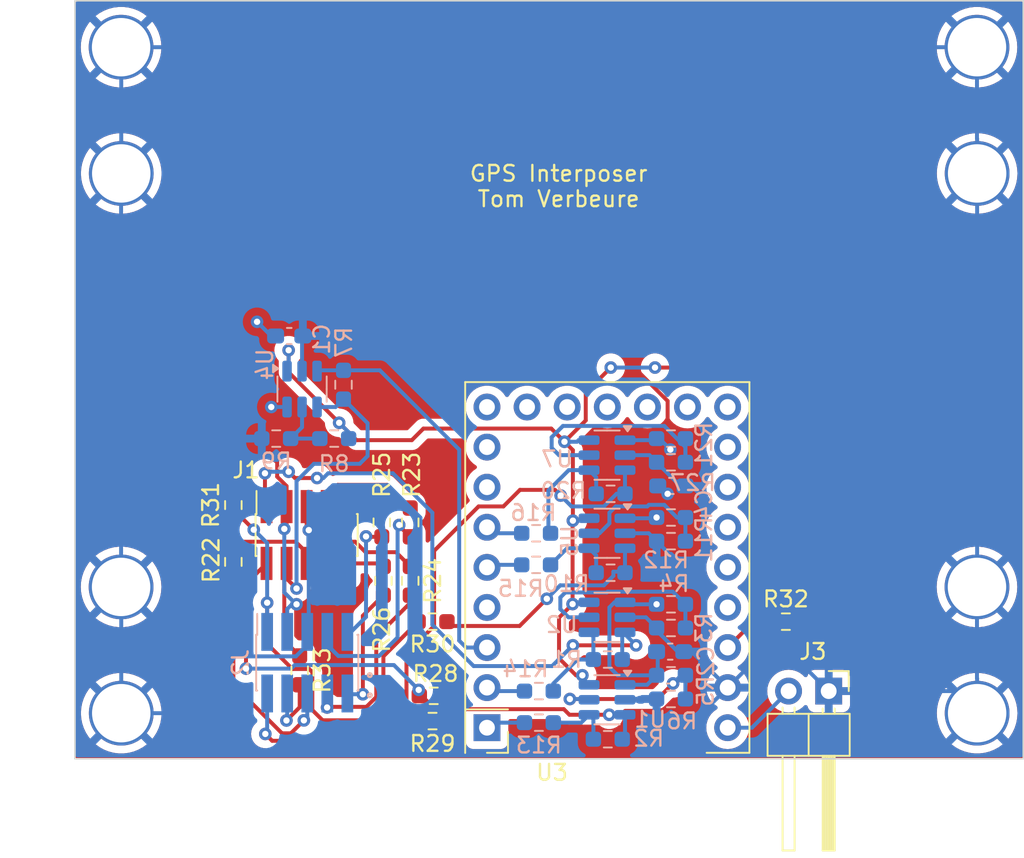
<source format=kicad_pcb>
(kicad_pcb (version 20240108) (generator "pcbnew") (generator_version "8.0")
  (layers (0 "F.Cu" signal) (31 "B.Cu" signal) (34 "B.Paste" user) (35 "F.Paste" user) (36 "B.SilkS" user "B.Silkscreen") (37 "F.SilkS" user "F.Silkscreen") (38 "B.Mask" user) (39 "F.Mask" user) (44 "Edge.Cuts" user))
  (net 0 "")
  (net 1 "/RTCM_IN_M")
  (net 2 "/RXD_M")
  (net 3 "GND")
  (net 4 "/RSVD7_M")
  (net 5 "/BATT_M")
  (net 6 "+3V0")
  (net 7 "/ANT_BIAS_M")
  (net 8 "/1PPS_M")
  (net 9 "/TXD_M")
  (net 10 "/RSVD10_M")
  (net 11 "/1PPS_C")
  (net 12 "/ANT_BIAS_C")
  (net 13 "/RTCM_IN_C")
  (net 14 "/RXD_C")
  (net 15 "/RSVD7_C")
  (net 16 "/RSVD10_C")
  (net 17 "/BATT_C")
  (net 18 "/TXD_C")
  (net 19 "Net-(J3-Pin_2)")
  (net 20 "+3.3V")
  (net 21 "/TXD_M_3V3")
  (net 22 "/RXD_M_3V3")
  (net 23 "Net-(U2-DIR)")
  (net 24 "Net-(U1-DIR)")
  (net 25 "/1PPS_M_3V3")
  (net 26 "Net-(U4-DIR)")
  (net 27 "/TXD_C_3V3")
  (net 28 "Net-(U5-DIR)")
  (net 29 "Net-(U3-GPIO0{slash}SPI0_RX{slash}I2C0_SDA{slash}UART0_TX)")
  (net 30 "Net-(U3-GPIO1{slash}SPI0_CSn{slash}I2C0_SCL{slash}UART0_RX)")
  (net 31 "Net-(U3-GPIO4{slash}SPI0_RX_I2C0_SDA{slash}UART1_TX)")
  (net 32 "/RXD_C_3V3")
  (net 33 "Net-(U3-GPIO5{slash}SPI0_CSn{slash}I2C0_SCL{slash}UART1_RX)")
  (net 49 "Net-(U7-DIR)")
  (net 50 "/TXD_C_3V0")
  (net 51 "/RXD_M_3V0")
  (net 52 "Net-(U3-3V3)")
  (footprint "Kicad_Personal:MountingHole_3.7mm_3.9mm_Pad_TopBottom" (layer "F.Cu") (at 162.9 77.9)
    (property "Reference" "H4" (hide yes))
    (property "Value" "MountingHole_Pad" (hide yes))
  )
  (footprint "Resistor_SMD:R_0603_1608Metric_Pad0.98x0.95mm_HandSolder" (layer "F.Cu") (at 182.6125 112.6 180)
    (property "Reference" "R29")
    (property "Value" "0")
  )
  (footprint "Kicad_Personal:MountingHole_3.7mm_3.9mm_Pad_TopBottom" (layer "F.Cu") (at 162.89 69.9)
    (property "Reference" "H5" (hide yes))
    (property "Value" "MountingHole_Pad" (hide yes))
  )
  (footprint "Resistor_SMD:R_0603_1608Metric_Pad0.98x0.95mm_HandSolder" (layer "F.Cu") (at 204.9875 106.3)
    (property "Reference" "R32")
    (property "Value" "0")
  )
  (footprint "Resistor_SMD:R_0603_1608Metric_Pad0.98x0.95mm_HandSolder" (layer "F.Cu") (at 182.6875 111 180)
    (property "Reference" "R28")
    (property "Value" "NS")
  )
  (footprint "Resistor_SMD:R_0603_1608Metric_Pad0.98x0.95mm_HandSolder" (layer "F.Cu") (at 179.4 100.0125 -90)
    (property "Reference" "R25")
    (property "Value" "0")
  )
  (footprint "Kicad_Personal:MountingHole_3.7mm_3.9mm_Pad_TopBottom" (layer "F.Cu") (at 162.89 104.1)
    (property "Reference" "H8" (hide yes))
    (property "Value" "MountingHole_Pad" (hide yes))
  )
  (footprint "Kicad_Personal:MountingHole_3.7mm_3.9mm_Pad_TopBottom" (layer "F.Cu") (at 217.1 77.9)
    (property "Reference" "H1" (hide yes))
    (property "Value" "MountingHole_Pad" (hide yes))
  )
  (footprint "Resistor_SMD:R_0603_1608Metric_Pad0.98x0.95mm_HandSolder" (layer "F.Cu") (at 170 98.9125 90)
    (property "Reference" "R31")
    (property "Value" "0")
  )
  (footprint "Kicad_Personal:MountingHole_3.7mm_3.9mm_Pad_TopBottom" (layer "F.Cu") (at 162.9 112.1)
    (property "Reference" "H3" (hide yes))
    (property "Value" "MountingHole_Pad" (hide yes))
  )
  (footprint "Resistor_SMD:R_0603_1608Metric_Pad0.98x0.95mm_HandSolder" (layer "F.Cu") (at 170 102.5125 -90)
    (property "Reference" "R22")
    (property "Value" "0")
  )
  (footprint "Resistor_SMD:R_0603_1608Metric_Pad0.98x0.95mm_HandSolder" (layer "F.Cu") (at 182.6125 106.3 180)
    (property "Reference" "R30")
    (property "Value" "NS")
  )
  (footprint "Resistor_SMD:R_0603_1608Metric_Pad0.98x0.95mm_HandSolder" (layer "F.Cu") (at 181.2 100.0125 -90)
    (property "Reference" "R23")
    (property "Value" "0")
  )
  (footprint "Connector_PinHeader_2.54mm:PinHeader_1x02_P2.54mm_Horizontal" (layer "F.Cu") (at 207.7 110.7 -90)
    (property "Reference" "J3")
    (property "Value" "Ext VSYS")
  )
  (footprint "Kicad_Personal:MountingHole_3.7mm_3.9mm_Pad_TopBottom" (layer "F.Cu") (at 217.1 112.1)
    (property "Reference" "H2" (hide yes))
    (property "Value" "MountingHole_Pad" (hide yes))
  )
  (footprint "Kicad_Personal:MountingHole_3.7mm_3.9mm_Pad_TopBottom" (layer "F.Cu") (at 217.09 104.1)
    (property "Reference" "H7" (hide yes))
    (property "Value" "MountingHole_Pad" (hide yes))
  )
  (footprint "Kicad_Personal:MountingHole_3.7mm_3.9mm_Pad_TopBottom" (layer "F.Cu") (at 217.09 69.9)
    (property "Reference" "H6" (hide yes))
    (property "Value" "MountingHole_Pad" (hide yes))
  )
  (footprint "Resistor_SMD:R_0603_1608Metric_Pad0.98x0.95mm_HandSolder" (layer "F.Cu") (at 174.2 109.3875 -90)
    (property "Reference" "R33")
    (property "Value" "0")
  )
  (footprint "Connector_PinSocket_1.27mm:PinSocket_2x05_P1.27mm_Vertical_SMD" (layer "F.Cu") (at 174.64 100.81 90)
    (property "Reference" "J1")
    (property "Value" "Module Connector")
  )
  (footprint "Kicad_Personal:RP2040-Zero" (layer "F.Cu") (at 193.68 102.86 180)
    (property "Reference" "U3")
    (property "Value" "RP20240-Zero")
  )
  (footprint "Resistor_SMD:R_0603_1608Metric_Pad0.98x0.95mm_HandSolder" (layer "F.Cu") (at 179.5 103.7125 -90)
    (property "Reference" "R26")
    (property "Value" "0")
  )
  (footprint "Resistor_SMD:R_0603_1608Metric_Pad0.98x0.95mm_HandSolder" (layer "F.Cu") (at 181.2 103.7125 -90)
    (property "Reference" "R24")
    (property "Value" "0")
  )
  (footprint "Resistor_SMD:R_0603_1608Metric_Pad0.98x0.95mm_HandSolder" (layer "B.Cu") (at 197.7125 106.7)
    (property "Reference" "R3")
    (property "Value" "NC")
  )
  (footprint "Package_TO_SOT_SMD:SOT-23-6" (layer "B.Cu") (at 193.6625 106.025 180)
    (property "Reference" "U2")
    (property "Value" "SN74LVC1T45DBV")
  )
  (footprint "Resistor_SMD:R_0603_1608Metric_Pad0.98x0.95mm_HandSolder" (layer "B.Cu") (at 176.3875 94.7)
    (property "Reference" "R8")
    (property "Value" "NC")
  )
  (footprint "Resistor_SMD:R_0603_1608Metric_Pad0.98x0.95mm_HandSolder" (layer "B.Cu") (at 197.7125 109.7 180)
    (property "Reference" "R5")
    (property "Value" "NS")
  )
  (footprint "Resistor_SMD:R_0603_1608Metric_Pad0.98x0.95mm_HandSolder" (layer "B.Cu") (at 189.3475 110.7)
    (property "Reference" "R14")
    (property "Value" "0")
  )
  (footprint "Package_TO_SOT_SMD:SOT-23-6" (layer "B.Cu") (at 193.6625 95.75 180)
    (property "Reference" "U7")
    (property "Value" "SN74LVC1T45DBV")
  )
  (footprint "Resistor_SMD:R_0603_1608Metric_Pad0.98x0.95mm_HandSolder" (layer "B.Cu") (at 197.7125 105.2 180)
    (property "Reference" "R4")
    (property "Value" "1K")
  )
  (footprint "Resistor_SMD:R_0603_1608Metric_Pad0.98x0.95mm_HandSolder" (layer "B.Cu") (at 172.7125 94.7)
    (property "Reference" "R9")
    (property "Value" "1K")
  )
  (footprint "Package_TO_SOT_SMD:SOT-23-6" (layer "B.Cu") (at 193.6625 111.25 180)
    (property "Reference" "U1")
    (property "Value" "SN74LVC1T45DBV")
  )
  (footprint "Capacitor_SMD:C_0603_1608Metric_Pad1.08x0.95mm_HandSolder" (layer "B.Cu") (at 197.7375 97.7)
    (property "Reference" "C4")
    (property "Value" "100n")
  )
  (footprint "Resistor_SMD:R_0603_1608Metric_Pad0.98x0.95mm_HandSolder" (layer "B.Cu") (at 189.3475 112.7)
    (property "Reference" "R13")
    (property "Value" "0")
  )
  (footprint "Resistor_SMD:R_0603_1608Metric_Pad0.98x0.95mm_HandSolder" (layer "B.Cu") (at 197.7125 101.2)
    (property "Reference" "R12")
    (property "Value" "1K")
  )
  (footprint "Package_TO_SOT_SMD:SOT-23-6" (layer "B.Cu") (at 193.6625 100.7 180)
    (property "Reference" "U5")
    (property "Value" "SN74LVC1T45DBV")
  )
  (footprint "Resistor_SMD:R_0603_1608Metric_Pad0.98x0.95mm_HandSolder" (layer "B.Cu") (at 193.8875 98.2)
    (property "Reference" "R20")
    (property "Value" "NC")
  )
  (footprint "Resistor_SMD:R_0603_1608Metric_Pad0.98x0.95mm_HandSolder" (layer "B.Cu") (at 193.8875 103.2 180)
    (property "Reference" "R10")
    (property "Value" "NC")
  )
  (footprint "Connector_PinHeader_1.27mm:PinHeader_2x05_P1.27mm_Vertical_SMD" (layer "B.Cu") (at 174.68 108.9 -90)
    (property "Reference" "J2")
    (property "Value" "Motherboard/Carrier Connector")
  )
  (footprint "Package_TO_SOT_SMD:SOT-23-6" (layer "B.Cu") (at 174.35 91.5625 -90)
    (property "Reference" "U4")
    (property "Value" "SN74LVC1T45DBV")
  )
  (footprint "Resistor_SMD:R_0603_1608Metric_Pad0.98x0.95mm_HandSolder" (layer "B.Cu") (at 197.7125 96.2)
    (property "Reference" "R27")
    (property "Value" "NC")
  )
  (footprint "Resistor_SMD:R_0603_1608Metric_Pad0.98x0.95mm_HandSolder" (layer "B.Cu") (at 176.975 91.2875 -90)
    (property "Reference" "R7")
    (property "Value" "NC")
  )
  (footprint "Resistor_SMD:R_0603_1608Metric_Pad0.98x0.95mm_HandSolder" (layer "B.Cu") (at 189.1725 100.7)
    (property "Reference" "R16")
    (property "Value" "0")
  )
  (footprint "Resistor_SMD:R_0603_1608Metric_Pad0.98x0.95mm_HandSolder" (layer "B.Cu") (at 197.7125 111.2)
    (property "Reference" "R6")
    (property "Value" "1K")
  )
  (footprint "Resistor_SMD:R_0603_1608Metric_Pad0.98x0.95mm_HandSolder" (layer "B.Cu") (at 193.7125 108.7)
    (property "Reference" "R1")
    (property "Value" "NC")
  )
  (footprint "Resistor_SMD:R_0603_1608Metric_Pad0.98x0.95mm_HandSolder" (layer "B.Cu") (at 189.1725 102.7)
    (property "Reference" "R15")
    (property "Value" "0")
  )
  (footprint "Capacitor_SMD:C_0603_1608Metric_Pad1.08x0.95mm_HandSolder" (layer "B.Cu") (at 173.5375 88.2)
    (property "Reference" "C1")
    (property "Value" "100n")
  )
  (footprint "Resistor_SMD:R_0603_1608Metric_Pad0.98x0.95mm_HandSolder" (layer "B.Cu") (at 193.7125 113.75 180)
    (property "Reference" "R2")
    (property "Value" "NS")
  )
  (footprint "Capacitor_SMD:C_0603_1608Metric_Pad1.08x0.95mm_HandSolder" (layer "B.Cu") (at 197.6625 108.2)
    (property "Reference" "C2")
    (property "Value" "100n")
  )
  (footprint "Resistor_SMD:R_0603_1608Metric_Pad0.98x0.95mm_HandSolder" (layer "B.Cu") (at 197.7125 94.7 180)
    (property "Reference" "R21")
    (property "Value" "1K")
  )
  (footprint "Resistor_SMD:R_0603_1608Metric_Pad0.98x0.95mm_HandSolder" (layer "B.Cu") (at 197.7125 99.7 180)
    (property "Reference" "R11")
    (property "Value" "NC")
  )
  (gr_circle (center 178.64 110.97) (end 178.68 110.97) (stroke (width 0.15)) (fill none) (layer "B.SilkS"))
  (gr_circle (center 178.64 109.69) (end 178.68 109.69) (stroke (width 0.15)) (fill none) (layer "B.SilkS"))
  (gr_rect (start 159.97 66.96) (end 220.02 114.99) (stroke (width 0.1)) (fill none) (layer "Edge.Cuts"))
  (gr_text "GPS Interposer\nTom Verbeure" (at 190.6 80.1 0) (layer "F.SilkS") (effects (font (size 1 1)) (justify bottom)))
  (segment (start 178.374695 101.9) (end 180.3 101.9) (width 0.25) (layer "F.Cu") (net 1))
  (segment (start 180.3 101.9) (end 181.2 102.8) (width 0.25) (layer "F.Cu") (net 1))
  (segment (start 176.61 101.235) (end 177.709695 101.235) (width 0.25) (layer "F.Cu") (net 1))
  (segment (start 175.91 102.61) (end 175.91 101.935) (width 0.25) (layer "F.Cu") (net 1))
  (segment (start 177.709695 101.235) (end 178.374695 101.9) (width 0.25) (layer "F.Cu") (net 1))
  (segment (start 175.91 101.935) (end 176.61 101.235) (width 0.25) (layer "F.Cu") (net 1))
  (segment (start 181.775 111) (end 181.925 111) (width 0.25) (layer "F.Cu") (net 2))
  (segment (start 170.8 103.91) (end 170.8 109.275) (width 0.25) (layer "F.Cu") (net 2))
  (segment (start 181.7375 110.9625) (end 181.7375 110.622984) (width 0.25) (layer "F.Cu") (net 2))
  (segment (start 172.1 102.61) (end 170.8 103.91) (width 0.25) (layer "F.Cu") (net 2))
  (segment (start 181.775 111) (end 181.7375 110.9625) (width 0.25) (layer "F.Cu") (net 2))
  (segment (start 181.925 111) (end 183.525 112.6) (width 0.25) (layer "F.Cu") (net 2))
  (via (at 170.8 109.275) (size 0.8) (drill 0.4) (layers "F.Cu" "B.Cu") (net 2))
  (via (at 181.7375 110.622984) (size 0.8) (drill 0.4) (layers "F.Cu" "B.Cu") (net 2))
  (segment (start 170.8 109.275) (end 173.661396 109.275) (width 0.25) (layer "B.Cu") (net 2))
  (segment (start 173.886396 109.05) (end 180.164516 109.05) (width 0.25) (layer "B.Cu") (net 2))
  (segment (start 180.164516 109.05) (end 181.7375 110.622984) (width 0.25) (layer "B.Cu") (net 2))
  (segment (start 173.661396 109.275) (end 173.886396 109.05) (width 0.25) (layer "B.Cu") (net 2))
  (segment (start 174.64 99.01) (end 174.64 100.365) (width 0.25) (layer "F.Cu") (net 3))
  (segment (start 174.64 100.365) (end 174.775 100.5) (width 0.25) (layer "F.Cu") (net 3))
  (via (at 174.775 100.5) (size 0.8) (drill 0.4) (layers "F.Cu" "B.Cu") (net 3))
  (segment (start 199.81 103.51) (end 199.4 103.1) (width 0.25) (layer "B.Cu") (net 3))
  (segment (start 199.8875 103.5875) (end 199.81 103.51) (width 0.25) (layer "B.Cu") (net 3))
  (segment (start 174.68 107.78) (end 173.96 108.5) (width 0.25) (layer "B.Cu") (net 3))
  (segment (start 162.89 94.7) (end 162.89 77.91) (width 0.25) (layer "B.Cu") (net 3))
  (segment (start 199.81 108.99) (end 199.8875 108.9125) (width 0.25) (layer "B.Cu") (net 3))
  (segment (start 197.6 112.7) (end 199.08 112.7) (width 0.25) (layer "B.Cu") (net 3))
  (segment (start 198.525 108.2) (end 198.139576 108.2) (width 0.25) (layer "B.Cu") (net 3))
  (segment (start 162.9 112.1) (end 162.9 104.11) (width 0.25) (layer "B.Cu") (net 3))
  (segment (start 199.08 112.7) (end 201.3 110.48) (width 0.25) (layer "B.Cu") (net 3))
  (segment (start 198.8 97.9) (end 199.21 97.9) (width 0.25) (layer "B.Cu") (net 3))
  (segment (start 217.1 112.1) (end 217.1 109.9) (width 0.25) (layer "B.Cu") (net 3))
  (segment (start 194.85 111.2) (end 194.8 111.25) (width 0.25) (layer "B.Cu") (net 3))
  (segment (start 198.6 97.7) (end 198.3 97.7) (width 0.25) (layer "B.Cu") (net 3))
  (segment (start 196.3 100.7) (end 196.8 101.2) (width 0.25) (layer "B.Cu") (net 3))
  (segment (start 174.5 69.9) (end 217.09 69.9) (width 0.25) (layer "B.Cu") (net 3))
  (segment (start 201.3 110.48) (end 202.98 108.8) (width 0.25) (layer "B.Cu") (net 3))
  (segment (start 196.8 106.7) (end 196.125 106.025) (width 0.25) (layer "B.Cu") (net 3))
  (segment (start 196.8 106.860424) (end 196.8 106.7) (width 0.25) (layer "B.Cu") (net 3))
  (segment (start 166 112.1) (end 162.9 112.1) (width 0.25) (layer "B.Cu") (net 3))
  (segment (start 196.8 106.7) (end 196.8 107) (width 0.25) (layer "B.Cu") (net 3))
  (segment (start 169.6 108.5) (end 166 112.1) (width 0.25) (layer "B.Cu") (net 3))
  (segment (start 217.1 77.9) (end 217.1 104.09) (width 0.25) (layer "B.Cu") (net 3))
  (segment (start 202.98 108.8) (end 205.8 108.8) (width 0.25) (layer "B.Cu") (net 3))
  (segment (start 196.8 111.2) (end 196.8 111.9) (width 0.25) (layer "B.Cu") (net 3))
  (segment (start 198.92 108.1) (end 199.81 108.99) (width 0.25) (layer "B.Cu") (net 3))
  (segment (start 162.89 69.9) (end 174.5 69.9) (width 0.25) (layer "B.Cu") (net 3))
  (segment (start 217.1 109.9) (end 217.09 109.89) (width 0.25) (layer "B.Cu") (net 3))
  (segment (start 198.139576 108.2) (end 196.8 106.860424) (width 0.25) (layer "B.Cu") (net 3))
  (segment (start 162.89 104.1) (end 162.89 94.7) (width 0.25) (layer "B.Cu") (net 3))
  (segment (start 196.125 106.025) (end 194.8 106.025) (width 0.25) (layer "B.Cu") (net 3))
  (segment (start 199.81 108.99) (end 201.3 110.48) (width 0.25) (layer "B.Cu") (net 3))
  (segment (start 217.1 75.7) (end 217.09 75.69) (width 0.25) (layer "B.Cu") (net 3))
  (segment (start 196.8 111.9) (end 197.6 112.7) (width 0.25) (layer "B.Cu") (net 3))
  (segment (start 198.3 97.7) (end 196.8 96.2) (width 0.25) (layer "B.Cu") (net 3))
  (segment (start 217.1 104.09) (end 217.09 104.1) (width 0.25) (layer "B.Cu") (net 3))
  (segment (start 199.8875 108.9125) (end 199.8875 103.5875) (width 0.25) (layer "B.Cu") (net 3))
  (segment (start 174.775 106.855) (end 174.775 100.5) (width 0.25) (layer "B.Cu") (net 3))
  (segment (start 174.68 106.95) (end 174.68 107.78) (width 0.25) (layer "B.Cu") (net 3))
  (segment (start 162.9 77.9) (end 162.9 69.91) (width 0.25) (layer "B.Cu") (net 3))
  (segment (start 162.9 104.11) (end 162.89 104.1) (width 0.25) (layer "B.Cu") (net 3))
  (segment (start 199.81 98.41) (end 199.5 98.1) (width 0.25) (layer "B.Cu") (net 3))
  (segment (start 198.6 97.7) (end 198.8 97.9) (width 0.25) (layer "B.Cu") (net 3))
  (segment (start 171.8 94.7) (end 162.89 94.7) (width 0.25) (layer "B.Cu") (net 3))
  (segment (start 199.4 103.1) (end 198.7 103.1) (width 0.25) (layer "B.Cu") (net 3))
  (segment (start 215.7 110.7) (end 217.1 112.1) (width 0.25) (layer "B.Cu") (net 3))
  (segment (start 207.7 110.7) (end 215.7 110.7) (width 0.25) (layer "B.Cu") (net 3))
  (segment (start 196.35 95.75) (end 196.8 96.2) (width 0.25) (layer "B.Cu") (net 3))
  (segment (start 199.81 98.5) (end 199.81 98.41) (width 0.25) (layer "B.Cu") (net 3))
  (segment (start 194.8 100.7) (end 196.3 100.7) (width 0.25) (layer "B.Cu") (net 3))
  (segment (start 205.8 108.8) (end 207.7 110.7) (width 0.25) (layer "B.Cu") (net 3))
  (segment (start 173.96 108.5) (end 169.6 108.5) (width 0.25) (layer "B.Cu") (net 3))
  (segment (start 162.9 69.91) (end 162.89 69.9) (width 0.25) (layer "B.Cu") (net 3))
  (segment (start 196.8 111.2) (end 194.85 111.2) (width 0.25) (layer "B.Cu") (net 3))
  (segment (start 174.35 70.05) (end 174.5 69.9) (width 0.25) (layer "B.Cu") (net 3))
  (segment (start 174.68 106.95) (end 174.775 106.855) (width 0.25) (layer "B.Cu") (net 3))
  (segment (start 199.81 103.51) (end 199.81 98.5) (width 0.25) (layer "B.Cu") (net 3))
  (segment (start 162.89 77.91) (end 162.9 77.9) (width 0.25) (layer "B.Cu") (net 3))
  (segment (start 217.09 75.69) (end 217.09 69.9) (width 0.25) (layer "B.Cu") (net 3))
  (segment (start 194.8 95.75) (end 196.35 95.75) (width 0.25) (layer "B.Cu") (net 3))
  (segment (start 217.1 77.9) (end 217.1 75.7) (width 0.25) (layer "B.Cu") (net 3))
  (segment (start 199.21 97.9) (end 199.81 98.5) (width 0.25) (layer "B.Cu") (net 3))
  (segment (start 198.7 103.1) (end 196.8 101.2) (width 0.25) (layer "B.Cu") (net 3))
  (segment (start 174.35 90.425) (end 174.35 70.05) (width 0.25) (layer "B.Cu") (net 3))
  (segment (start 217.09 109.89) (end 217.09 104.1) (width 0.25) (layer "B.Cu") (net 3))
  (segment (start 176.61 97.635) (end 179.735 97.635) (width 0.25) (layer "F.Cu") (net 4))
  (segment (start 179.735 97.635) (end 181.2 99.1) (width 0.25) (layer "F.Cu") (net 4))
  (segment (start 175.91 98.335) (end 176.61 97.635) (width 0.25) (layer "F.Cu") (net 4))
  (segment (start 175.91 99.01) (end 175.91 98.335) (width 0.25) (layer "F.Cu") (net 4))
  (segment (start 170.365 101.235) (end 170 101.6) (width 0.25) (layer "F.Cu") (net 5))
  (segment (start 174.64 102.61) (end 174.64 101.935) (width 0.25) (layer "F.Cu") (net 5))
  (segment (start 174.64 101.935) (end 173.94 101.235) (width 0.25) (layer "F.Cu") (net 5))
  (segment (start 173.94 101.235) (end 170.365 101.235) (width 0.25) (layer "F.Cu") (net 5))
  (segment (start 170.7 91.6) (end 171.8 92.7) (width 0.25) (layer "F.Cu") (net 6))
  (segment (start 173.37 99.01) (end 173.37 100.277984) (width 0.25) (layer "F.Cu") (net 6))
  (segment (start 197.5 95.9) (end 197.5 99) (width 0.25) (layer "F.Cu") (net 6))
  (segment (start 197.5 92.318299) (end 192.481701 87.3) (width 0.25) (layer "F.Cu") (net 6))
  (segment (start 171.5 87.3) (end 170.7 88.1) (width 0.25) (layer "F.Cu") (net 6))
  (segment (start 197.5 95.9) (end 197.5 92.318299) (width 0.25) (layer "F.Cu") (net 6))
  (segment (start 171.8 92.7) (end 172.4 92.7) (width 0.25) (layer "F.Cu") (net 6))
  (segment (start 197.672518 95.395876) (end 197.5 95.568394) (width 0.25) (layer "F.Cu") (net 6))
  (segment (start 170.7 88.1) (end 170.7 91.6) (width 0.25) (layer "F.Cu") (net 6))
  (segment (start 196.8 99.7) (end 196.8 102.6) (width 0.25) (layer "F.Cu") (net 6))
  (segment (start 172.775 97.115) (end 172.775 93.075) (width 0.25) (layer "F.Cu") (net 6))
  (segment (start 173.37 99.01) (end 173.37 97.71) (width 0.25) (layer "F.Cu") (net 6))
  (segment (start 196.8 103.3) (end 196.8 105.2) (width 0.25) (layer "F.Cu") (net 6))
  (segment (start 172.775 93.075) (end 172.4 92.7) (width 0.25) (layer "F.Cu") (net 6))
  (segment (start 196.8 102.6) (end 196.8 103.3) (width 0.25) (layer "F.Cu") (net 6))
  (segment (start 197.5 95.568394) (end 197.5 95.9) (width 0.25) (layer "F.Cu") (net 6))
  (segment (start 173.37 100.277984) (end 173.225 100.422984) (width 0.25) (layer "F.Cu") (net 6))
  (segment (start 192.481701 87.3) (end 171.5 87.3) (width 0.25) (layer "F.Cu") (net 6))
  (segment (start 197.5 99) (end 196.8 99.7) (width 0.25) (layer "F.Cu") (net 6))
  (segment (start 173.37 97.71) (end 172.775 97.115) (width 0.25) (layer "F.Cu") (net 6))
  (via (at 173.225 100.422984) (size 0.8) (drill 0.4) (layers "F.Cu" "B.Cu") (net 6))
  (via (at 196.8 105.2) (size 0.8) (drill 0.4) (layers "F.Cu" "B.Cu") (net 6))
  (via (at 172.4 92.7) (size 0.8) (drill 0.4) (layers "F.Cu" "B.Cu") (net 6))
  (via (at 196.8 99.7) (size 0.8) (drill 0.4) (layers "F.Cu" "B.Cu") (net 6))
  (via (at 174 105.2) (size 0.8) (drill 0.4) (layers "F.Cu" "B.Cu") (net 6))
  (via (at 171.5 87.3) (size 0.8) (drill 0.4) (layers "F.Cu" "B.Cu") (net 6))
  (via (at 197.672518 95.395876) (size 0.8) (drill 0.4) (layers "F.Cu" "B.Cu") (net 6))
  (via (at 197.5 98.2) (size 0.8) (drill 0.4) (layers "F.Cu" "B.Cu") (net 6))
  (segment (start 196.976642 94.7) (end 197.672518 95.395876) (width 0.25) (layer "B.Cu") (net 6))
  (segment (start 196.875 109.625) (end 196.8 109.7) (width 0.25) (layer "B.Cu") (net 6))
  (segment (start 196.875 108.2) (end 196.875 109.625) (width 0.25) (layer "B.Cu") (net 6))
  (segment (start 173.41 106.95) (end 173.41 105.5) (width 0.25) (layer "B.Cu") (net 6))
  (segment (start 196.8 94.7) (end 196.976642 94.7) (width 0.25) (layer "B.Cu") (net 6))
  (segment (start 196.875 97.7) (end 197 97.7) (width 0.25) (layer "B.Cu") (net 6))
  (segment (start 196.2 110.3) (end 196.8 109.7) (width 0.25) (layer "B.Cu") (net 6))
  (segment (start 173.71 105.2) (end 174 105.2) (width 0.25) (layer "B.Cu") (net 6))
  (segment (start 194.925 105.2) (end 194.8 105.075) (width 0.25) (layer "B.Cu") (net 6))
  (segment (start 173.974695 105.2) (end 174 105.2) (width 0.25) (layer "B.Cu") (net 6))
  (segment (start 194.335424 109.7) (end 193.8125 109.177076) (width 0.25) (layer "B.Cu") (net 6))
  (segment (start 173.41 105.5) (end 173.71 105.2) (width 0.25) (layer "B.Cu") (net 6))
  (segment (start 173.225 104.3) (end 173.225 100.422984) (width 0.25) (layer "B.Cu") (net 6))
  (segment (start 194.8 99.75) (end 196.75 99.75) (width 0.25) (layer "B.Cu") (net 6))
  (segment (start 173.225 104.450305) (end 173.974695 105.2) (width 0.25) (layer "B.Cu") (net 6))
  (segment (start 196.8 109.7) (end 194.335424 109.7) (width 0.25) (layer "B.Cu") (net 6))
  (segment (start 196.8 105.2) (end 194.925 105.2) (width 0.25) (layer "B.Cu") (net 6))
  (segment (start 197 97.7) (end 197.5 98.2) (width 0.25) (layer "B.Cu") (net 6))
  (segment (start 194.137501 105.075) (end 194.8 105.075) (width 0.25) (layer "B.Cu") (net 6))
  (segment (start 194.8 110.3) (end 196.2 110.3) (width 0.25) (layer "B.Cu") (net 6))
  (segment (start 196.75 99.75) (end 196.8 99.7) (width 0.25) (layer "B.Cu") (net 6))
  (segment (start 193.8125 109.177076) (end 193.8125 105.400001) (width 0.25) (layer "B.Cu") (net 6))
  (segment (start 172.4 88.2) (end 171.5 87.3) (width 0.25) (layer "B.Cu") (net 6))
  (segment (start 172.4 92.7) (end 173.4 92.7) (width 0.25) (layer "B.Cu") (net 6))
  (segment (start 194.8 94.8) (end 196.7 94.8) (width 0.25) (layer "B.Cu") (net 6))
  (segment (start 196.7 94.8) (end 196.8 94.7) (width 0.25) (layer "B.Cu") (net 6))
  (segment (start 172.675 88.2) (end 172.4 88.2) (width 0.25) (layer "B.Cu") (net 6))
  (segment (start 173.225 104.3) (end 173.225 104.450305) (width 0.25) (layer "B.Cu") (net 6))
  (segment (start 193.8125 105.400001) (end 194.137501 105.075) (width 0.25) (layer "B.Cu") (net 6))
  (segment (start 177.18 99.01) (end 179.31 99.01) (width 0.25) (layer "F.Cu") (net 7))
  (segment (start 179.31 99.01) (end 179.4 99.1) (width 0.25) (layer "F.Cu") (net 7))
  (segment (start 174.2 108.475) (end 173.225 107.5) (width 0.25) (layer "F.Cu") (net 8))
  (segment (start 173.225 102.755) (end 173.37 102.61) (width 0.25) (layer "F.Cu") (net 8))
  (segment (start 173.225 107.5) (end 173.225 102.755) (width 0.25) (layer "F.Cu") (net 8))
  (segment (start 173.37 103.57) (end 174 104.2) (width 0.25) (layer "F.Cu") (net 8))
  (segment (start 173.37 102.61) (end 173.37 103.57) (width 0.25) (layer "F.Cu") (net 8))
  (via (at 174 104.2) (size 0.8) (drill 0.4) (layers "F.Cu" "B.Cu") (net 8))
  (segment (start 175.096016 96.3) (end 174 97.396016) (width 0.25) (layer "B.Cu") (net 8))
  (segment (start 178.5 95.8) (end 178 96.3) (width 0.25) (layer "B.Cu") (net 8))
  (segment (start 176.475 92.7) (end 176.975 92.2) (width 0.25) (layer "B.Cu") (net 8))
  (segment (start 178.5 93.725) (end 178.5 95.8) (width 0.25) (layer "B.Cu") (net 8))
  (segment (start 175.3 92.7) (end 176.475 92.7) (width 0.25) (layer "B.Cu") (net 8))
  (segment (start 178 96.3) (end 175.096016 96.3) (width 0.25) (layer "B.Cu") (net 8))
  (segment (start 174 97.396016) (end 174 104.2) (width 0.25) (layer "B.Cu") (net 8))
  (segment (start 175.3 92.7) (end 175.3 92.311592) (width 0.25) (layer "B.Cu") (net 8))
  (segment (start 176.975 92.2) (end 178.5 93.725) (width 0.25) (layer "B.Cu") (net 8))
  (segment (start 172 96.9) (end 172 98.91) (width 0.25) (layer "F.Cu") (net 9))
  (segment (start 173.9 97.2) (end 173.5 96.8) (width 0.25) (layer "F.Cu") (net 9))
  (segment (start 175.3 97.2) (end 173.9 97.2) (width 0.25) (layer "F.Cu") (net 9))
  (segment (start 172.1 99.01) (end 171.01 99.01) (width 0.25) (layer "F.Cu") (net 9))
  (segment (start 171.01 99.01) (end 170 98) (width 0.25) (layer "F.Cu") (net 9))
  (segment (start 172 98.91) (end 172.1 99.01) (width 0.25) (layer "F.Cu") (net 9))
  (segment (start 195.5 107.8) (end 191.5 107.8) (width 0.25) (layer "F.Cu") (net 9))
  (via (at 173.5 96.8) (size 0.8) (drill 0.4) (layers "F.Cu" "B.Cu") (net 9))
  (via (at 175.3 97.2) (size 0.8) (drill 0.4) (layers "F.Cu" "B.Cu") (net 9))
  (via (at 195.5 107.8) (size 0.8) (drill 0.4) (layers "F.Cu" "B.Cu") (net 9))
  (via (at 172 96.9) (size 0.8) (drill 0.4) (layers "F.Cu" "B.Cu") (net 9))
  (via (at 191.5 107.8) (size 0.8) (drill 0.4) (layers "F.Cu" "B.Cu") (net 9))
  (segment (start 175.7 97.2) (end 175.3 97.2) (width 0.25) (layer "B.Cu") (net 9))
  (segment (start 176 96.9) (end 175.7 97.2) (width 0.25) (layer "B.Cu") (net 9))
  (segment (start 185.215 109.115) (end 182.6 106.5) (width 0.25) (layer "B.Cu") (net 9))
  (segment (start 194.625 108.7) (end 194.625 107.15) (width 0.25) (layer "B.Cu") (net 9))
  (segment (start 182.6 106.5) (end 182.6 99.4) (width 0.25) (layer "B.Cu") (net 9))
  (segment (start 194.8 107.1) (end 195.5 107.8) (width 0.25) (layer "B.Cu") (net 9))
  (segment (start 180.1 96.9) (end 176 96.9) (width 0.25) (layer "B.Cu") (net 9))
  (segment (start 194.625 107.15) (end 194.8 106.975) (width 0.25) (layer "B.Cu") (net 9))
  (segment (start 190.185 109.115) (end 185.215 109.115) (width 0.25) (layer "B.Cu") (net 9))
  (segment (start 194.8 106.975) (end 194.8 107.1) (width 0.25) (layer "B.Cu") (net 9))
  (segment (start 182.6 99.4) (end 180.1 96.9) (width 0.25) (layer "B.Cu") (net 9))
  (segment (start 173.5 96.8) (end 172.1 96.8) (width 0.25) (layer "B.Cu") (net 9))
  (segment (start 172.1 96.8) (end 172 96.9) (width 0.25) (layer "B.Cu") (net 9))
  (segment (start 191.5 107.8) (end 190.185 109.115) (width 0.25) (layer "B.Cu") (net 9))
  (segment (start 179.31 102.61) (end 179.5 102.8) (width 0.25) (layer "F.Cu") (net 10))
  (segment (start 177.18 102.61) (end 179.31 102.61) (width 0.25) (layer "F.Cu") (net 10))
  (segment (start 174.2 110.3) (end 174.2 111.723677) (width 0.25) (layer "F.Cu") (net 11))
  (segment (start 174.2 111.723677) (end 173.361838 112.561838) (width 0.25) (layer "F.Cu") (net 11))
  (via (at 173.361838 112.561838) (size 0.8) (drill 0.4) (layers "F.Cu" "B.Cu") (net 11))
  (segment (start 173.41 110.85) (end 173.41 112.513676) (width 0.25) (layer "B.Cu") (net 11))
  (segment (start 173.41 112.513676) (end 173.361838 112.561838) (width 0.25) (layer "B.Cu") (net 11))
  (segment (start 178.425 100.925) (end 178.4 100.9) (width 0.25) (layer "F.Cu") (net 12))
  (segment (start 179.4 100.925) (end 178.425 100.925) (width 0.25) (layer "F.Cu") (net 12))
  (via (at 178.4 100.9) (size 0.8) (drill 0.4) (layers "F.Cu" "B.Cu") (net 12))
  (segment (start 178.4 100.9) (end 178.4 106) (width 0.25) (layer "B.Cu") (net 12))
  (segment (start 178.4 106) (end 177.45 106.95) (width 0.25) (layer "B.Cu") (net 12))
  (segment (start 177.45 106.95) (end 177.22 106.95) (width 0.25) (layer "B.Cu") (net 12))
  (segment (start 179.05 107.2625) (end 179.05 111.075306) (width 0.25) (layer "F.Cu") (net 13))
  (segment (start 178.425305 111.7) (end 175.975 111.7) (width 0.25) (layer "F.Cu") (net 13))
  (segment (start 179.05 111.075306) (end 178.425305 111.7) (width 0.25) (layer "F.Cu") (net 13))
  (segment (start 181.2 104.625) (end 181.2 105.1125) (width 0.25) (layer "F.Cu") (net 13))
  (segment (start 181.2 105.1125) (end 179.05 107.2625) (width 0.25) (layer "F.Cu") (net 13))
  (segment (start 175.975 111.7) (end 175.935508 111.739492) (width 0.25) (layer "F.Cu") (net 13))
  (via (at 175.935508 111.739492) (size 0.8) (drill 0.4) (layers "F.Cu" "B.Cu") (net 13))
  (segment (start 175.95 111.725) (end 175.935508 111.739492) (width 0.25) (layer "B.Cu") (net 13))
  (segment (start 175.95 110.85) (end 175.95 111.725) (width 0.25) (layer "B.Cu") (net 13))
  (segment (start 190.365522 97.95) (end 190.725 98.309478) (width 0.25) (layer "F.Cu") (net 14))
  (segment (start 185.528299 99) (end 187.1 99) (width 0.25) (layer "F.Cu") (net 14))
  (segment (start 172.457967 113.85) (end 172.023417 113.41545) (width 0.25) (layer "F.Cu") (net 14))
  (segment (start 182.7125 101.815799) (end 185.528299 99) (width 0.25) (layer "F.Cu") (net 14))
  (segment (start 180.45 113.85) (end 172.457967 113.85) (width 0.25) (layer "F.Cu") (net 14))
  (segment (start 187.1 99) (end 188.15 97.95) (width 0.25) (layer "F.Cu") (net 14))
  (segment (start 181.7 112.6) (end 180.45 113.85) (width 0.25) (layer "F.Cu") (net 14))
  (segment (start 182.7125 106.577076) (end 182.7125 101.815799) (width 0.25) (layer "F.Cu") (net 14))
  (segment (start 188.15 97.95) (end 190.365522 97.95) (width 0.25) (layer "F.Cu") (net 14))
  (segment (start 181.7 112.6) (end 180.9625 111.8625) (width 0.25) (layer "F.Cu") (net 14))
  (segment (start 180.9625 108.327076) (end 182.7125 106.577076) (width 0.25) (layer "F.Cu") (net 14))
  (segment (start 180.9625 111.8625) (end 180.9625 108.327076) (width 0.25) (layer "F.Cu") (net 14))
  (via (at 190.725 98.309478) (size 0.8) (drill 0.4) (layers "F.Cu" "B.Cu") (net 14))
  (via (at 172.023417 113.41545) (size 0.8) (drill 0.4) (layers "F.Cu" "B.Cu") (net 14))
  (segment (start 172.14 113.298867) (end 172.023417 113.41545) (width 0.25) (layer "B.Cu") (net 14))
  (segment (start 194.8 98.2) (end 194.264576 98.2) (width 0.25) (layer "B.Cu") (net 14))
  (segment (start 172.14 110.85) (end 172.14 113.298867) (width 0.25) (layer "B.Cu") (net 14))
  (segment (start 194.8 98.2) (end 194.8 96.7) (width 0.25) (layer "B.Cu") (net 14))
  (segment (start 194.264576 98.2) (end 193.464576 99) (width 0.25) (layer "B.Cu") (net 14))
  (segment (start 191.415522 99) (end 190.725 98.309478) (width 0.25) (layer "B.Cu") (net 14))
  (segment (start 193.464576 99) (end 191.415522 99) (width 0.25) (layer "B.Cu") (net 14))
  (segment (start 181.2 100.925) (end 180.5 100.225) (width 0.25) (layer "F.Cu") (net 15))
  (segment (start 180.5 100.225) (end 180.5 100.175) (width 0.25) (layer "F.Cu") (net 15))
  (via (at 180.5 100.175) (size 0.8) (drill 0.4) (layers "F.Cu" "B.Cu") (net 15))
  (segment (start 180.4 100.275) (end 180.5 100.175) (width 0.25) (layer "B.Cu") (net 15))
  (segment (start 175.95 106.95) (end 175.95 107.78) (width 0.25) (layer "B.Cu") (net 15))
  (segment (start 180.4 107.3) (end 180.4 100.275) (width 0.25) (layer "B.Cu") (net 15))
  (segment (start 179.225 108.475) (end 180.4 107.3) (width 0.25) (layer "B.Cu") (net 15))
  (segment (start 175.95 107.78) (end 176.645 108.475) (width 0.25) (layer "B.Cu") (net 15))
  (segment (start 176.645 108.475) (end 179.225 108.475) (width 0.25) (layer "B.Cu") (net 15))
  (segment (start 179.5 104.625) (end 178.2 105.925) (width 0.25) (layer "F.Cu") (net 16))
  (segment (start 178.2 105.925) (end 178.2 110.9) (width 0.25) (layer "F.Cu") (net 16))
  (via (at 178.2 110.9) (size 0.8) (drill 0.4) (layers "F.Cu" "B.Cu") (net 16))
  (segment (start 178.2 110.9) (end 177.27 110.9) (width 0.25) (layer "B.Cu") (net 16))
  (segment (start 177.27 110.9) (end 177.22 110.85) (width 0.25) (layer "B.Cu") (net 16))
  (segment (start 170 103.425) (end 170 110.296016) (width 0.25) (layer "F.Cu") (net 17))
  (segment (start 170 110.296016) (end 173.078984 113.375) (width 0.25) (layer "F.Cu") (net 17))
  (segment (start 173.644693 113.375) (end 174.46477 112.554923) (width 0.25) (layer "F.Cu") (net 17))
  (segment (start 173.078984 113.375) (end 173.644693 113.375) (width 0.25) (layer "F.Cu") (net 17))
  (via (at 174.46477 112.554923) (size 0.8) (drill 0.4) (layers "F.Cu" "B.Cu") (net 17))
  (segment (start 174.68 110.85) (end 174.68 112.339693) (width 0.25) (layer "B.Cu") (net 17))
  (segment (start 174.68 112.339693) (end 174.46477 112.554923) (width 0.25) (layer "B.Cu") (net 17))
  (segment (start 172.14 107.704576) (end 172.14 105.1) (width 0.25) (layer "F.Cu") (net 18))
  (segment (start 179.5 111.8) (end 178.75 112.55) (width 0.25) (layer "F.Cu") (net 18))
  (segment (start 170.641629 99.825) (end 171.292604 100.475975) (width 0.25) (layer "F.Cu") (net 18))
  (segment (start 175 109.5) (end 174.8 109.3) (width 0.25) (layer "F.Cu") (net 18))
  (segment (start 170 99.825) (end 170.641629 99.825) (width 0.25) (layer "F.Cu") (net 18))
  (segment (start 181.7 106.3) (end 179.5 108.5) (width 0.25) (layer "F.Cu") (net 18))
  (segment (start 174.8 109.3) (end 173.735424 109.3) (width 0.25) (layer "F.Cu") (net 18))
  (segment (start 175.65 112.55) (end 175 111.9) (width 0.25) (layer "F.Cu") (net 18))
  (segment (start 175 111.9) (end 175 109.5) (width 0.25) (layer "F.Cu") (net 18))
  (segment (start 173.735424 109.3) (end 172.14 107.704576) (width 0.25) (layer "F.Cu") (net 18))
  (segment (start 178.75 112.55) (end 175.65 112.55) (width 0.25) (layer "F.Cu") (net 18))
  (segment (start 179.5 108.5) (end 179.5 111.8) (width 0.25) (layer "F.Cu") (net 18))
  (via (at 171.292604 100.475975) (size 0.8) (drill 0.4) (layers "F.Cu" "B.Cu") (net 18))
  (via (at 172.14 105.1) (size 0.8) (drill 0.4) (layers "F.Cu" "B.Cu") (net 18))
  (segment (start 172.14 101.323371) (end 172.14 106.95) (width 0.25) (layer "B.Cu") (net 18))
  (segment (start 171.292604 100.475975) (end 172.14 101.323371) (width 0.25) (layer "B.Cu") (net 18))
  (segment (start 202.84 113.02) (end 205.16 110.7) (width 0.25) (layer "B.Cu") (net 19))
  (segment (start 201.3 113.02) (end 202.84 113.02) (width 0.25) (layer "B.Cu") (net 19))
  (segment (start 173.5 89.1) (end 173.5 90.5) (width 0.25) (layer "F.Cu") (net 20))
  (segment (start 190.131726 94.065) (end 182.035 94.065) (width 0.25) (layer "F.Cu") (net 20))
  (segment (start 192.315 93.551728) (end 190.966727 94.900001) (width 0.25) (layer "F.Cu") (net 20))
  (segment (start 181.3 94.8) (end 177.8 94.8) (width 0.25) (layer "F.Cu") (net 20))
  (segment (start 192.315 91.785) (end 192.315 93.551728) (width 0.25) (layer "F.Cu") (net 20))
  (segment (start 191.481371 104.418629) (end 191.481371 99.918629) (width 0.25) (layer "F.Cu") (net 20))
  (segment (start 190.623008 108.623008) (end 190.623008 106.043718) (width 0.25) (layer "F.Cu") (net 20))
  (segment (start 202.4 90.2) (end 196.7 90.2) (width 0.25) (layer "F.Cu") (net 20))
  (segment (start 190.966727 94.900001) (end 190.131726 94.065) (width 0.25) (layer "F.Cu") (net 20))
  (segment (start 203.635 91.135) (end 202.7 90.2) (width 0.25) (layer "F.Cu") (net 20))
  (segment (start 205.9 106.3) (end 203.635 104.035) (width 0.25) (layer "F.Cu") (net 20))
  (segment (start 191.7 109.7) (end 190.623008 108.623008) (width 0.25) (layer "F.Cu") (net 20))
  (segment (start 193.9 90.2) (end 192.315 91.785) (width 0.25) (layer "F.Cu") (net 20))
  (segment (start 203.635 104.035) (end 203.635 91.135) (width 0.25) (layer "F.Cu") (net 20))
  (segment (start 192.1 109.7) (end 191.7 109.7) (width 0.25) (layer "F.Cu") (net 20))
  (segment (start 177.8 94.8) (end 176.7 93.7) (width 0.25) (layer "F.Cu") (net 20))
  (segment (start 191.5 95.433274) (end 190.966727 94.900001) (width 0.25) (layer "F.Cu") (net 20))
  (segment (start 190.623008 106.043718) (end 191.481371 105.185355) (width 0.25) (layer "F.Cu") (net 20))
  (segment (start 191.481371 99.918629) (end 191.5 99.9) (width 0.25) (layer "F.Cu") (net 20))
  (segment (start 191.5 99.9) (end 191.5 95.433274) (width 0.25) (layer "F.Cu") (net 20))
  (segment (start 182.035 94.065) (end 181.3 94.8) (width 0.25) (layer "F.Cu") (net 20))
  (segment (start 173.5 90.5) (end 176.7 93.7) (width 0.25) (layer "F.Cu") (net 20))
  (segment (start 191.481371 104.418629) (end 191.481371 105.185355) (width 0.25) (layer "F.Cu") (net 20))
  (segment (start 202.7 90.2) (end 202.4 90.2) (width 0.25) (layer "F.Cu") (net 20))
  (via (at 190.966727 94.900001) (size 0.8) (drill 0.4) (layers "F.Cu" "B.Cu") (net 20))
  (via (at 176.7 93.7) (size 0.8) (drill 0.4) (layers "F.Cu" "B.Cu") (net 20))
  (via (at 173.5 89.1) (size 0.8) (drill 0.4) (layers "F.Cu" "B.Cu") (net 20))
  (via (at 196.7 90.2) (size 0.8) (drill 0.4) (layers "F.Cu" "B.Cu") (net 20))
  (via (at 191.5 99.9) (size 0.8) (drill 0.4) (layers "F.Cu" "B.Cu") (net 20))
  (via (at 193.9 90.2) (size 0.8) (drill 0.4) (layers "F.Cu" "B.Cu") (net 20))
  (via (at 191.481371 105.185355) (size 0.8) (drill 0.4) (layers "F.Cu" "B.Cu") (net 20))
  (via (at 192.1 109.7) (size 0.8) (drill 0.4) (layers "F.Cu" "B.Cu") (net 20))
  (segment (start 192.525 94.8) (end 191.862501 94.8) (width 0.25) (layer "B.Cu") (net 20))
  (segment (start 173.5 89.1) (end 173.5 90.325) (width 0.25) (layer "B.Cu") (net 20))
  (segment (start 191.7625 94.900001) (end 190.966727 94.900001) (width 0.25) (layer "B.Cu") (net 20))
  (segment (start 173.5 90.325) (end 173.4 90.425) (width 0.25) (layer "B.Cu") (net 20))
  (segment (start 192.1 109.7) (end 192.1 109.875) (width 0.25) (layer "B.Cu") (net 20))
  (segment (start 192.1 109.875) (end 192.525 110.3) (width 0.25) (layer "B.Cu") (net 20))
  (segment (start 196.7 90.2) (end 193.9 90.2) (width 0.25) (layer "B.Cu") (net 20))
  (segment (start 192.525 105.075) (end 191.591726 105.075) (width 0.25) (layer "B.Cu") (net 20))
  (segment (start 177.3 94.3) (end 176.7 93.7) (width 0.25) (layer "B.Cu") (net 20))
  (segment (start 191.591726 105.075) (end 191.481371 105.185355) (width 0.25) (layer "B.Cu") (net 20))
  (segment (start 191.5 99.9) (end 192.375 99.9) (width 0.25) (layer "B.Cu") (net 20))
  (segment (start 192.375 99.9) (end 192.525 99.75) (width 0.25) (layer "B.Cu") (net 20))
  (segment (start 177.3 94.7) (end 177.3 94.3) (width 0.25) (layer "B.Cu") (net 20))
  (segment (start 191.862501 94.8) (end 191.7625 94.900001) (width 0.25) (layer "B.Cu") (net 20))
  (segment (start 191.785 108.7) (end 190.26 110.225) (width 0.25) (layer "B.Cu") (net 21))
  (segment (start 192.8 107.25) (end 192.525 106.975) (width 0.25) (layer "B.Cu") (net 21))
  (segment (start 192.8 108.7) (end 192.8 107.25) (width 0.25) (layer "B.Cu") (net 21))
  (segment (start 192.8 108.7) (end 191.785 108.7) (width 0.25) (layer "B.Cu") (net 21))
  (segment (start 190.26 110.225) (end 190.26 110.7) (width 0.25) (layer "B.Cu") (net 21))
  (segment (start 192.025 112.7) (end 192.525 112.2) (width 0.25) (layer "B.Cu") (net 22))
  (segment (start 190.26 112.7) (end 192.025 112.7) (width 0.25) (layer "B.Cu") (net 22))
  (segment (start 192.8 113.75) (end 192.8 112.475) (width 0.25) (layer "B.Cu") (net 22))
  (segment (start 192.8 112.475) (end 192.525 112.2) (width 0.25) (layer "B.Cu") (net 22))
  (segment (start 193.650972 104.45) (end 191.020711 104.45) (width 0.25) (layer "B.Cu") (net 23))
  (segment (start 191.020711 104.45) (end 190.706371 104.76434) (width 0.25) (layer "B.Cu") (net 23))
  (segment (start 193.700972 104.4) (end 193.650972 104.45) (width 0.25) (layer "B.Cu") (net 23))
  (segment (start 191.225 106.025) (end 192.525 106.025) (width 0.25) (layer "B.Cu") (net 23))
  (segment (start 198.625 105.2) (end 197.825 104.4) (width 0.25) (layer "B.Cu") (net 23))
  (segment (start 197.825 104.4) (end 193.700972 104.4) (width 0.25) (layer "B.Cu") (net 23))
  (segment (start 190.706371 105.506371) (end 191.225 106.025) (width 0.25) (layer "B.Cu") (net 23))
  (segment (start 198.625 106.7) (end 198.625 105.2) (width 0.25) (layer "B.Cu") (net 23))
  (segment (start 190.706371 104.76434) (end 190.706371 105.506371) (width 0.25) (layer "B.Cu") (net 23))
  (segment (start 198.625 105.2) (end 198.359158 105.2) (width 0.25) (layer "B.Cu") (net 23))
  (segment (start 197.844725 110.214433) (end 196.856629 111.202529) (width 0.25) (layer "F.Cu") (net 24))
  (segment (start 196.856629 111.202529) (end 191.308431 111.202529) (width 0.25) (layer "F.Cu") (net 24))
  (via (at 197.844725 110.214433) (size 0.8) (drill 0.4) (layers "F.Cu" "B.Cu") (net 24))
  (via (at 191.308431 111.202529) (size 0.8) (drill 0.4) (layers "F.Cu" "B.Cu") (net 24))
  (segment (start 198.625 111.2) (end 198.625 109.7) (width 0.25) (layer "B.Cu") (net 24))
  (segment (start 192.477529 111.202529) (end 192.525 111.25) (width 0.25) (layer "B.Cu") (net 24))
  (segment (start 191.308431 111.202529) (end 192.477529 111.202529) (width 0.25) (layer "B.Cu") (net 24))
  (segment (start 198.359158 109.7) (end 197.844725 110.214433) (width 0.25) (layer "B.Cu") (net 24))
  (segment (start 198.625 109.7) (end 198.359158 109.7) (width 0.25) (layer "B.Cu") (net 24))
  (segment (start 184.3 95.4) (end 184.3 107.5) (width 0.25) (layer "B.Cu") (net 25))
  (segment (start 175.35 90.375) (end 175.3 90.425) (width 0.25) (layer "B.Cu") (net 25))
  (segment (start 184.74 107.94) (end 186.06 107.94) (width 0.25) (layer "B.Cu") (net 25))
  (segment (start 176.975 90.375) (end 179.275 90.375) (width 0.25) (layer "B.Cu") (net 25))
  (segment (start 176.975 90.375) (end 175.35 90.375) (width 0.25) (layer "B.Cu") (net 25))
  (segment (start 184.3 107.5) (end 184.74 107.94) (width 0.25) (layer "B.Cu") (net 25))
  (segment (start 179.275 90.375) (end 184.3 95.4) (width 0.25) (layer "B.Cu") (net 25))
  (segment (start 173.625 94.7) (end 175.475 94.7) (width 0.25) (layer "B.Cu") (net 26))
  (segment (start 174.35 93.975) (end 174.35 92.7) (width 0.25) (layer "B.Cu") (net 26))
  (segment (start 173.625 94.7) (end 174.35 93.975) (width 0.25) (layer "B.Cu") (net 26))
  (segment (start 192.525 101.65) (end 191.135 101.65) (width 0.25) (layer "B.Cu") (net 27))
  (segment (start 191.135 101.65) (end 190.085 102.7) (width 0.25) (layer "B.Cu") (net 27))
  (segment (start 192.975 103.2) (end 192.975 102.1) (width 0.25) (layer "B.Cu") (net 27))
  (segment (start 192.975 102.1) (end 192.525 101.65) (width 0.25) (layer "B.Cu") (net 27))
  (segment (start 198.089576 99.7) (end 198.625 99.7) (width 0.25) (layer "B.Cu") (net 28))
  (segment (start 192.525 100.7) (end 193.187499 100.7) (width 0.25) (layer "B.Cu") (net 28))
  (segment (start 194.211592 99) (end 196.210424 99) (width 0.25) (layer "B.Cu") (net 28))
  (segment (start 196.310424 98.9) (end 197.289576 98.9) (width 0.25) (layer "B.Cu") (net 28))
  (segment (start 197.289576 98.9) (end 198.089576 99.7) (width 0.25) (layer "B.Cu") (net 28))
  (segment (start 193.8125 99.399092) (end 194.211592 99) (width 0.25) (layer "B.Cu") (net 28))
  (segment (start 196.210424 99) (end 196.310424 98.9) (width 0.25) (layer "B.Cu") (net 28))
  (segment (start 193.8125 100.074999) (end 193.8125 99.399092) (width 0.25) (layer "B.Cu") (net 28))
  (segment (start 193.187499 100.7) (end 193.8125 100.074999) (width 0.25) (layer "B.Cu") (net 28))
  (segment (start 198.625 99.7) (end 198.625 101.2) (width 0.25) (layer "B.Cu") (net 28))
  (segment (start 186.38 112.7) (end 186.06 113.02) (width 0.25) (layer "B.Cu") (net 29))
  (segment (start 188.435 112.7) (end 186.38 112.7) (width 0.25) (layer "B.Cu") (net 29))
  (segment (start 186.28 110.7) (end 186.06 110.48) (width 0.25) (layer "B.Cu") (net 30))
  (segment (start 188.435 110.7) (end 186.28 110.7) (width 0.25) (layer "B.Cu") (net 30))
  (segment (start 188.26 102.7) (end 186.22 102.7) (width 0.25) (layer "B.Cu") (net 31))
  (segment (start 186.22 102.7) (end 186.06 102.86) (width 0.25) (layer "B.Cu") (net 31))
  (segment (start 190.085 100.7) (end 189.95 100.565) (width 0.25) (layer "B.Cu") (net 32))
  (segment (start 192.975 97.15) (end 192.525 96.7) (width 0.25) (layer "B.Cu") (net 32))
  (segment (start 192.975 98.2) (end 192.975 97.15) (width 0.25) (layer "B.Cu") (net 32))
  (segment (start 189.95 97.988462) (end 191.238462 96.7) (width 0.25) (layer "B.Cu") (net 32))
  (segment (start 189.95 100.565) (end 189.95 97.988462) (width 0.25) (layer "B.Cu") (net 32))
  (segment (start 191.238462 96.7) (end 192.525 96.7) (width 0.25) (layer "B.Cu") (net 32))
  (segment (start 188.26 100.7) (end 186.44 100.7) (width 0.25) (layer "B.Cu") (net 33))
  (segment (start 186.44 100.7) (end 186.06 100.32) (width 0.25) (layer "B.Cu") (net 33))
  (segment (start 197.289576 93.9) (end 192 93.9) (width 0.25) (layer "B.Cu") (net 49))
  (segment (start 192.375 95.6) (end 192.525 95.75) (width 0.25) (layer "B.Cu") (net 49))
  (segment (start 198.625 96.2) (end 198.625 95.235424) (width 0.25) (layer "B.Cu") (net 49))
  (segment (start 190.156371 95.28566) (end 190.156371 94.61434) (width 0.25) (layer "B.Cu") (net 49))
  (segment (start 198.625 95.235424) (end 197.289576 93.9) (width 0.25) (layer "B.Cu") (net 49))
  (segment (start 190.870711 93.9) (end 192 93.9) (width 0.25) (layer "B.Cu") (net 49))
  (segment (start 198.625 94.7) (end 198.625 96.2) (width 0.25) (layer "B.Cu") (net 49))
  (segment (start 190.156371 94.61434) (end 190.870711 93.9) (width 0.25) (layer "B.Cu") (net 49))
  (segment (start 191.862501 95.75) (end 192.525 95.75) (width 0.25) (layer "B.Cu") (net 49))
  (segment (start 190.620711 95.75) (end 190.156371 95.28566) (width 0.25) (layer "B.Cu") (net 49))
  (segment (start 192.525 95.75) (end 190.620711 95.75) (width 0.25) (layer "B.Cu") (net 49))
  (segment (start 183.8 106.575) (end 188.125 106.575) (width 0.25) (layer "F.Cu") (net 50))
  (segment (start 188.125 106.575) (end 189.85 104.85) (width 0.25) (layer "F.Cu") (net 50))
  (segment (start 183.525 106.3) (end 183.8 106.575) (width 0.25) (layer "F.Cu") (net 50))
  (via (at 189.85 104.85) (size 0.8) (drill 0.4) (layers "F.Cu" "B.Cu") (net 50))
  (segment (start 194.0625 103.132426) (end 194.732426 103.132426) (width 0.25) (layer "B.Cu") (net 50))
  (segment (start 194.0625 103.132426) (end 194.0625 103.402076) (width 0.25) (layer "B.Cu") (net 50))
  (segment (start 193.464576 104) (end 190.7 104) (width 0.25) (layer "B.Cu") (net 50))
  (segment (start 190.7 104) (end 189.85 104.85) (width 0.25) (layer "B.Cu") (net 50))
  (segment (start 194.732426 103.132426) (end 194.8 103.2) (width 0.25) (layer "B.Cu") (net 50))
  (segment (start 194.8 103.2) (end 194.8 101.65) (width 0.25) (layer "B.Cu") (net 50))
  (segment (start 194.0625 103.402076) (end 193.464576 104) (width 0.25) (layer "B.Cu") (net 50))
  (segment (start 190.925597 111.845) (end 191.280597 112.2) (width 0.25) (layer "F.Cu") (net 51))
  (segment (start 191.280597 112.2) (end 193.8 112.2) (width 0.25) (layer "F.Cu") (net 51))
  (segment (start 184.445 111.845) (end 190.925597 111.845) (width 0.25) (layer "F.Cu") (net 51))
  (segment (start 183.6 111) (end 184.445 111.845) (width 0.25) (layer "F.Cu") (net 51))
  (via (at 193.8 112.2) (size 0.8) (drill 0.4) (layers "F.Cu" "B.Cu") (net 51))
  (segment (start 194.8 113.575) (end 194.625 113.75) (width 0.25) (layer "B.Cu") (net 51))
  (segment (start 194.8 112.2) (end 194.8 113.575) (width 0.25) (layer "B.Cu") (net 51))
  (segment (start 194.8 112.2) (end 193.8 112.2) (width 0.25) (layer "B.Cu") (net 51))
  (segment (start 202.94 106.3) (end 201.3 107.94) (width 0.25) (layer "F.Cu") (net 52))
  (segment (start 204.075 106.3) (end 202.94 106.3) (width 0.25) (layer "F.Cu") (net 52))
  (zone (net 6) (net_name "+3V0") (layer "F.Cu") (connect_pads (clearance 0.5)) (min_thickness 0.25) (fill yes (thermal_gap 0.5) (thermal_bridge_width 0.5))
    (polygon (pts (xy 220 67) (xy 220 115) (xy 160 115) (xy 160 67)))
  )
  (zone (net 3) (net_name "GND") (layer "B.Cu") (priority 1) (connect_pads (clearance 0.5)) (min_thickness 0.25) (fill yes (thermal_gap 0.5) (thermal_bridge_width 0.5))
    (polygon (pts (xy 160 67) (xy 220 67) (xy 220 114.9) (xy 160 114.9)))
  )
)
</source>
